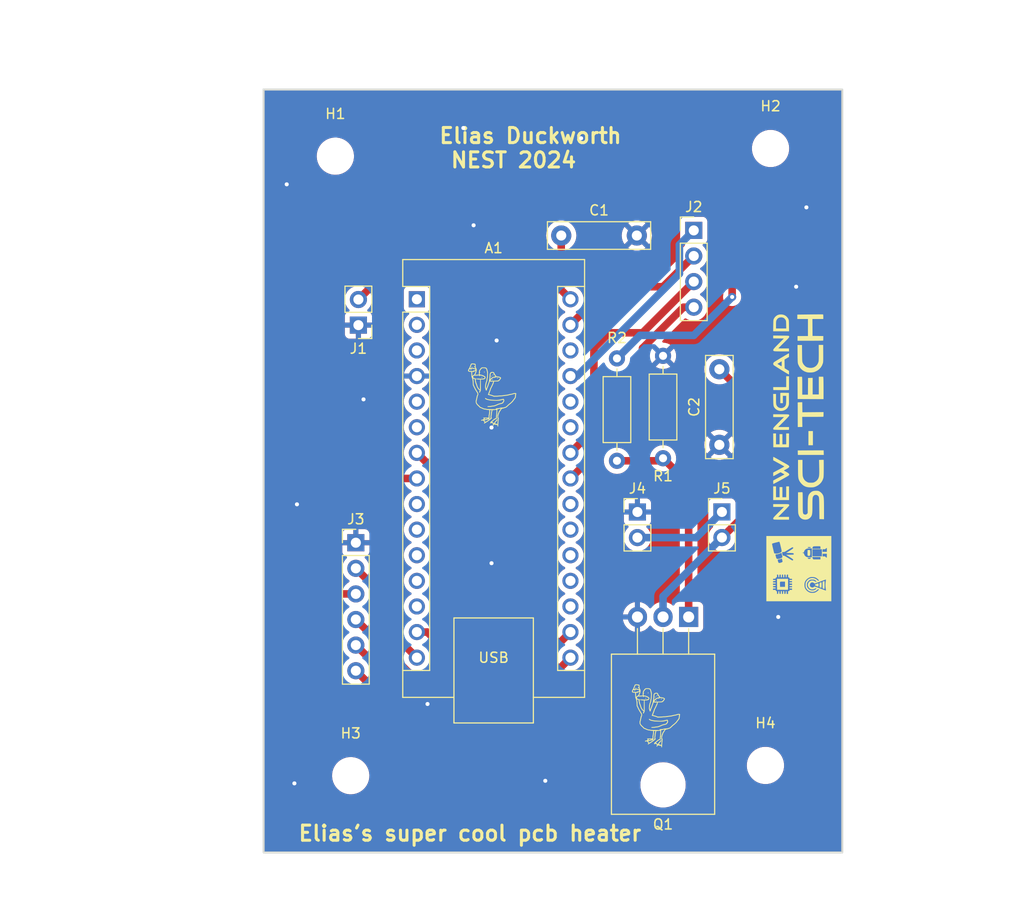
<source format=kicad_pcb>
(kicad_pcb (version 20221018) (generator pcbnew)
  (layers (0 "F.Cu" signal) (31 "B.Cu" signal) (34 "B.Paste" user) (35 "F.Paste" user) (36 "B.SilkS" user "B.Silkscreen") (37 "F.SilkS" user "F.Silkscreen") (38 "B.Mask" user) (39 "F.Mask" user) (44 "Edge.Cuts" user))
  (net 0 "")
  (net 4 "SOURCE")
  (net 7 "Net-(A1-D4)")
  (net 8 "GATE")
  (net 14 "Net-(A1-D11)")
  (net 15 "Net-(A1-D12)")
  (net 16 "Net-(A1-D13)")
  (net 17 "Net-(A1-3V3)")
  (net 23 "Net-(A1-A4)")
  (net 24 "Net-(A1-A5)")
  (net 27 "Net-(A1-+5V)")
  (net 29 "Net-(J2-Pin_2)")
  (net 30 "VIN")
  (net 31 "DRAIN")
  (net 32 "Net-(Q1-G)")
  (net 33 "Net-(J4-Pin_2)")
  (footprint "Connector_PinHeader_2.54mm:PinHeader_1x04_P2.54mm_Vertical" (layer "F.Cu") (at 155.448 68.58)
    (fp_text reference "J2" (at 0 -2.33) (layer "F.SilkS"))
    (fp_text value "BME280 sensor")
    (pad "1" thru_hole rect (at 0 0) (size 1.7 1.7) (drill 1) (layers "*.Cu" "*.Mask") (net 27 "Net-(A1-+5V)"))
    (pad "2" thru_hole oval (at 0 2.54) (size 1.7 1.7) (drill 1) (layers "*.Cu" "*.Mask") (net 29 "Net-(J2-Pin_2)"))
    (pad "3" thru_hole oval (at 0 5.08) (size 1.7 1.7) (drill 1) (layers "*.Cu" "*.Mask") (net 24 "Net-(A1-A5)"))
    (pad "4" thru_hole oval (at 0 7.62) (size 1.7 1.7) (drill 1) (layers "*.Cu" "*.Mask") (net 23 "Net-(A1-A4)"))
  )
  (footprint "Package_TO_SOT_THT:TO-220-3_Horizontal_TabDown" (layer "F.Cu") (at 154.94 106.934 180)
    (fp_text reference "Q1" (at 2.54 -20.58 180) (layer "F.SilkS"))
    (fp_text value "30N60L")
    (pad "" np_thru_hole oval (at 2.54 -16.66 180) (size 3.5 3.5) (drill 3.5) (layers "*.Cu" "*.Mask"))
    (pad "1" thru_hole rect (at 0 0 180) (size 1.905 2) (drill 1.1) (layers "*.Cu" "*.Mask") (net 32 "Net-(Q1-G)"))
    (pad "2" thru_hole oval (at 2.54 0 180) (size 1.905 2) (drill 1.1) (layers "*.Cu" "*.Mask") (net 31 "DRAIN"))
    (pad "3" thru_hole oval (at 5.08 0 180) (size 1.905 2) (drill 1.1) (layers "*.Cu" "*.Mask") (net 4 "SOURCE"))
  )
  (footprint "Connector_PinHeader_2.54mm:PinHeader_1x06_P2.54mm_Vertical" (layer "F.Cu") (at 121.92 99.568)
    (fp_text reference "J3" (at 0 -2.33) (layer "F.SilkS"))
    (fp_text value "SD card reader")
    (pad "1" thru_hole rect (at 0 0) (size 1.7 1.7) (drill 1) (layers "*.Cu" "*.Mask") (net 4 "SOURCE"))
    (pad "2" thru_hole oval (at 0 2.54) (size 1.7 1.7) (drill 1) (layers "*.Cu" "*.Mask") (net 15 "Net-(A1-D12)"))
    (pad "3" thru_hole oval (at 0 5.08) (size 1.7 1.7) (drill 1) (layers "*.Cu" "*.Mask") (net 16 "Net-(A1-D13)"))
    (pad "4" thru_hole oval (at 0 7.62) (size 1.7 1.7) (drill 1) (layers "*.Cu" "*.Mask") (net 14 "Net-(A1-D11)"))
    (pad "5" thru_hole oval (at 0 10.16) (size 1.7 1.7) (drill 1) (layers "*.Cu" "*.Mask") (net 7 "Net-(A1-D4)"))
    (pad "6" thru_hole oval (at 0 12.7) (size 1.7 1.7) (drill 1) (layers "*.Cu" "*.Mask") (net 17 "Net-(A1-3V3)"))
  )
  (footprint "Capacitor_THT:C_Rect_L10.0mm_W2.5mm_P7.50mm_MKS4" (layer "F.Cu") (at 157.988 89.856 90)
    (fp_text reference "C2" (at 3.75 -2.5 90) (layer "F.SilkS"))
    (fp_text value "100 nF 20v")
    (pad "1" thru_hole circle (at 0 0 90) (size 2 2) (drill 1) (layers "*.Cu" "*.Mask") (net 4 "SOURCE"))
    (pad "2" thru_hole circle (at 7.5 0 90) (size 2 2) (drill 1) (layers "*.Cu" "*.Mask") (net 31 "DRAIN"))
  )
  (footprint "Connector_PinHeader_2.54mm:PinHeader_1x02_P2.54mm_Vertical" (layer "F.Cu") (at 158.242 96.515)
    (fp_text reference "J5" (at 0 -2.33) (layer "F.SilkS"))
    (fp_text value "Nichrome wire")
    (pad "1" thru_hole rect (at 0 0) (size 1.7 1.7) (drill 1) (layers "*.Cu" "*.Mask") (net 33 "Net-(J4-Pin_2)"))
    (pad "2" thru_hole oval (at 0 2.54) (size 1.7 1.7) (drill 1) (layers "*.Cu" "*.Mask") (net 31 "DRAIN"))
  )
  (footprint "Connector_PinHeader_2.54mm:PinHeader_1x02_P2.54mm_Vertical" (layer "F.Cu") (at 122.174 77.978 180)
    (fp_text reference "J1" (at 0 -2.33) (layer "F.SilkS"))
    (fp_text value "Arduino VIN (6-12)")
    (pad "1" thru_hole rect (at 0 0 180) (size 1.7 1.7) (drill 1) (layers "*.Cu" "*.Mask") (net 4 "SOURCE"))
    (pad "2" thru_hole oval (at 0 2.54 180) (size 1.7 1.7) (drill 1) (layers "*.Cu" "*.Mask") (net 30 "VIN"))
  )
  (footprint "LOGO" (layer "F.Cu") (at 136.144 84.328)
    (fp_text reference "G***" hide)
    (fp_text value "LOGO" hide)
  )
  (footprint "MountingHole:MountingHole_3.2mm_M3" (layer "F.Cu") (at 163.068 60.452)
    (fp_text reference "H2" (at 0 -4.2) (layer "F.SilkS"))
    (fp_text value "MountingHole")
    (pad "" np_thru_hole circle (at 0 0) (size 3.2 3.2) (drill 3.2) (layers "*.Cu" "*.Mask"))
  )
  (footprint "MountingHole:MountingHole_3.2mm_M3" (layer "F.Cu") (at 119.888 61.214)
    (fp_text reference "H1" (at 0 -4.2) (layer "F.SilkS"))
    (fp_text value "MountingHole")
    (pad "" np_thru_hole circle (at 0 0) (size 3.2 3.2) (drill 3.2) (layers "*.Cu" "*.Mask"))
  )
  (footprint "MountingHole:MountingHole_3.2mm_M3" (layer "F.Cu") (at 162.56 121.666)
    (fp_text reference "H4" (at 0 -4.2) (layer "F.SilkS"))
    (fp_text value "MountingHole")
    (pad "" np_thru_hole circle (at 0 0) (size 3.2 3.2) (drill 3.2) (layers "*.Cu" "*.Mask"))
  )
  (footprint "Resistor_THT:R_Axial_DIN0207_L6.3mm_D2.5mm_P10.16mm_Horizontal" (layer "F.Cu") (at 152.4 81.026 -90)
    (fp_text reference "R1" (at 11.938 0) (layer "F.SilkS"))
    (fp_text value "10K")
    (pad "1" thru_hole circle (at 0 0 270) (size 1.6 1.6) (drill 0.8) (layers "*.Cu" "*.Mask") (net 4 "SOURCE"))
    (pad "2" thru_hole oval (at 10.16 0 270) (size 1.6 1.6) (drill 0.8) (layers "*.Cu" "*.Mask") (net 32 "Net-(Q1-G)"))
  )
  (footprint "Resistor_THT:R_Axial_DIN0207_L6.3mm_D2.5mm_P10.16mm_Horizontal" (layer "F.Cu") (at 147.828 91.44 90)
    (fp_text reference "R2" (at 12.192 0 180) (layer "F.SilkS"))
    (fp_text value "10")
    (pad "1" thru_hole circle (at 0 0 90) (size 1.6 1.6) (drill 0.8) (layers "*.Cu" "*.Mask") (net 32 "Net-(Q1-G)"))
    (pad "2" thru_hole oval (at 10.16 0 90) (size 1.6 1.6) (drill 0.8) (layers "*.Cu" "*.Mask") (net 8 "GATE"))
  )
  (footprint "Module:Arduino_Nano" (layer "F.Cu") (at 127.974 75.412)
    (fp_text reference "A1" (at 7.62 -5.08) (layer "F.SilkS"))
    (fp_text value "Arduino_Nano_v3.x")
    (fp_text user "USB" (at 7.62 35.56 unlocked) (layer "F.SilkS"))
    (pad "1" thru_hole rect (at 0 0) (size 1.6 1.6) (drill 1) (layers "*.Cu" "*.Mask"))
    (pad "2" thru_hole oval (at 0 2.54) (size 1.6 1.6) (drill 1) (layers "*.Cu" "*.Mask"))
    (pad "3" thru_hole oval (at 0 5.08) (size 1.6 1.6) (drill 1) (layers "*.Cu" "*.Mask"))
    (pad "4" thru_hole oval (at 0 7.62) (size 1.6 1.6) (drill 1) (layers "*.Cu" "*.Mask") (net 4 "SOURCE"))
    (pad "5" thru_hole oval (at 0 10.16) (size 1.6 1.6) (drill 1) (layers "*.Cu" "*.Mask"))
    (pad "6" thru_hole oval (at 0 12.7) (size 1.6 1.6) (drill 1) (layers "*.Cu" "*.Mask"))
    (pad "7" thru_hole oval (at 0 15.24) (size 1.6 1.6) (drill 1) (layers "*.Cu" "*.Mask") (net 7 "Net-(A1-D4)"))
    (pad "8" thru_hole oval (at 0 17.78) (size 1.6 1.6) (drill 1) (layers "*.Cu" "*.Mask") (net 8 "GATE"))
    (pad "9" thru_hole oval (at 0 20.32) (size 1.6 1.6) (drill 1) (layers "*.Cu" "*.Mask"))
    (pad "10" thru_hole oval (at 0 22.86) (size 1.6 1.6) (drill 1) (layers "*.Cu" "*.Mask"))
    (pad "11" thru_hole oval (at 0 25.4) (size 1.6 1.6) (drill 1) (layers "*.Cu" "*.Mask"))
    (pad "12" thru_hole oval (at 0 27.94) (size 1.6 1.6) (drill 1) (layers "*.Cu" "*.Mask"))
    (pad "13" thru_hole oval (at 0 30.48) (size 1.6 1.6) (drill 1) (layers "*.Cu" "*.Mask"))
    (pad "14" thru_hole oval (at 0 33.02) (size 1.6 1.6) (drill 1) (layers "*.Cu" "*.Mask") (net 14 "Net-(A1-D11)"))
    (pad "15" thru_hole oval (at 0 35.56) (size 1.6 1.6) (drill 1) (layers "*.Cu" "*.Mask") (net 15 "Net-(A1-D12)"))
    (pad "16" thru_hole oval (at 15.24 35.56) (size 1.6 1.6) (drill 1) (layers "*.Cu" "*.Mask") (net 16 "Net-(A1-D13)"))
    (pad "17" thru_hole oval (at 15.24 33.02) (size 1.6 1.6) (drill 1) (layers "*.Cu" "*.Mask") (net 17 "Net-(A1-3V3)"))
    (pad "18" thru_hole oval (at 15.24 30.48) (size 1.6 1.6) (drill 1) (layers "*.Cu" "*.Mask"))
    (pad "19" thru_hole oval (at 15.24 27.94) (size 1.6 1.6) (drill 1) (layers "*.Cu" "*.Mask"))
    (pad "20" thru_hole oval (at 15.24 25.4) (size 1.6 1.6) (drill 1) (layers "*.Cu" "*.Mask"))
    (pad "21" thru_hole oval (at 15.24 22.86) (size 1.6 1.6) (drill 1) (layers "*.Cu" "*.Mask"))
    (pad "22" thru_hole oval (at 15.24 20.32) (size 1.6 1.6) (drill 1) (layers "*.Cu" "*.Mask"))
    (pad "23" thru_hole oval (at 15.24 17.78) (size 1.6 1.6) (drill 1) (layers "*.Cu" "*.Mask") (net 23 "Net-(A1-A4)"))
    (pad "24" thru_hole oval (at 15.24 15.24) (size 1.6 1.6) (drill 1) (layers "*.Cu" "*.Mask") (net 24 "Net-(A1-A5)"))
    (pad "25" thru_hole oval (at 15.24 12.7) (size 1.6 1.6) (drill 1) (layers "*.Cu" "*.Mask"))
    (pad "26" thru_hole oval (at 15.24 10.16) (size 1.6 1.6) (drill 1) (layers "*.Cu" "*.Mask"))
    (pad "27" thru_hole oval (at 15.24 7.62) (size 1.6 1.6) (drill 1) (layers "*.Cu" "*.Mask") (net 27 "Net-(A1-+5V)"))
    (pad "28" thru_hole oval (at 15.24 5.08) (size 1.6 1.6) (drill 1) (layers "*.Cu" "*.Mask"))
    (pad "29" thru_hole oval (at 15.24 2.54) (size 1.6 1.6) (drill 1) (layers "*.Cu" "*.Mask") (net 29 "Net-(J2-Pin_2)"))
    (pad "30" thru_hole oval (at 15.24 0) (size 1.6 1.6) (drill 1) (layers "*.Cu" "*.Mask") (net 30 "VIN"))
  )
  (footprint "MountingHole:MountingHole_3.2mm_M3" (layer "F.Cu") (at 121.412 122.682)
    (fp_text reference "H3" (at 0 -4.2) (layer "F.SilkS"))
    (fp_text value "MountingHole")
    (pad "" np_thru_hole circle (at 0 0) (size 3.2 3.2) (drill 3.2) (layers "*.Cu" "*.Mask"))
  )
  (footprint "LOGO" (layer "F.Cu") (at 165.862 91.186 90)
    (fp_text reference "G***" hide)
    (fp_text value "LOGO" hide)
  )
  (footprint "Capacitor_THT:C_Rect_L10.0mm_W2.5mm_P7.50mm_MKS4" (layer "F.Cu") (at 142.3 69.088)
    (fp_text reference "C1" (at 3.75 -2.5) (layer "F.SilkS"))
    (fp_text value "100 nF 20v")
    (pad "1" thru_hole circle (at 0 0) (size 2 2) (drill 1) (layers "*.Cu" "*.Mask") (net 30 "VIN"))
    (pad "2" thru_hole circle (at 7.5 0) (size 2 2) (drill 1) (layers "*.Cu" "*.Mask") (net 4 "SOURCE"))
  )
  (footprint "Connector_PinHeader_2.54mm:PinHeader_1x02_P2.54mm_Vertical" (layer "F.Cu") (at 149.86 96.52)
    (fp_text reference "J4" (at 0 -2.33) (layer "F.SilkS"))
    (fp_text value "Power")
    (pad "1" thru_hole rect (at 0 0) (size 1.7 1.7) (drill 1) (layers "*.Cu" "*.Mask") (net 4 "SOURCE"))
    (pad "2" thru_hole oval (at 0 2.54) (size 1.7 1.7) (drill 1) (layers "*.Cu" "*.Mask") (net 33 "Net-(J4-Pin_2)"))
  )
  (footprint "LOGO" (layer "F.Cu") (at 152.4 116.164)
    (fp_text reference "G***" hide)
    (fp_text value "LOGO" hide)
  )
  (gr_rect (start 96.52 62.23) (end 96.52 62.23) (stroke (width 0.2)) (fill none) (layer "F.Cu"))
  (gr_rect (start 112.776 54.61) (end 170.18 130.302) (stroke (width 0.2)) (fill none) (layer "Edge.Cuts"))
  (gr_text "Elias's super cool pcb heater" (at 116.078 129.286) (layer "F.SilkS") (effects (font (size 1.5 1.5) (thickness 0.3) bold) (justify left bottom)))
  (gr_text "Elias Duckworth \n NEST 2024" (at 130.048 62.484) (layer "F.SilkS") (effects (font (size 1.5 1.5) (thickness 0.3) bold) (justify left bottom)))
  (via (at 129.032 115.57) (size 0.8) (drill 0.4) (layers "F.Cu" "B.Cu") (net 4))
  (via (at 115.824 123.444) (size 0.8) (drill 0.4) (layers "F.Cu" "B.Cu") (net 4))
  (via (at 165.608 74.168) (size 0.8) (drill 0.4) (layers "F.Cu" "B.Cu") (net 4))
  (via (at 135.382 88.138) (size 0.8) (drill 0.4) (layers "F.Cu" "B.Cu") (net 4))
  (via (at 135.382 101.6) (size 0.8) (drill 0.4) (layers "F.Cu" "B.Cu") (net 4))
  (via (at 115.062 64.008) (size 0.8) (drill 0.4) (layers "F.Cu" "B.Cu") (net 4))
  (via (at 133.604 68.072) (size 0.8) (drill 0.4) (layers "F.Cu" "B.Cu") (net 4))
  (via (at 122.682 85.344) (size 0.8) (drill 0.4) (layers "F.Cu" "B.Cu") (net 4))
  (via (at 132.588 58.42) (size 0.8) (drill 0.4) (layers "F.Cu" "B.Cu") (net 4))
  (via (at 166.624 66.294) (size 0.8) (drill 0.4) (layers "F.Cu" "B.Cu") (net 4))
  (via (at 163.83 106.934) (size 0.8) (drill 0.4) (layers "F.Cu" "B.Cu") (net 4))
  (via (at 140.716 123.19) (size 0.8) (drill 0.4) (layers "F.Cu" "B.Cu") (net 4))
  (via (at 116.078 95.758) (size 0.8) (drill 0.4) (layers "F.Cu" "B.Cu") (net 4))
  (via (at 144.272 59.436) (size 0.8) (drill 0.4) (layers "F.Cu" "B.Cu") (net 4))
  (via (at 135.89 79.502) (size 0.8) (drill 0.4) (layers "F.Cu" "B.Cu") (net 4))
  (segment (start 132.334 112.014) (end 130.556 113.792) (width 0.75) (layer "F.Cu") (net 7))
  (segment (start 130.556 113.792) (end 125.984 113.792) (width 0.75) (layer "F.Cu") (net 7))
  (segment (start 125.984 113.792) (end 121.92 109.728) (width 0.75) (layer "F.Cu") (net 7))
  (segment (start 132.334 95.012) (end 132.334 112.014) (width 0.75) (layer "F.Cu") (net 7))
  (segment (start 127.974 90.652) (end 132.334 95.012) (width 0.75) (layer "F.Cu") (net 7))
  (segment (start 159.258 75.184) (end 159.258 67.564) (width 0.75) (layer "F.Cu") (net 8))
  (segment (start 159.258 67.564) (end 156.718 65.024) (width 0.75) (layer "F.Cu") (net 8))
  (segment (start 119.38 88.392) (end 119.38 70.104) (width 0.75) (layer "F.Cu") (net 8))
  (segment (start 127.974 93.192) (end 124.18 93.192) (width 0.75) (layer "F.Cu") (net 8))
  (segment (start 119.38 70.104) (end 124.46 65.024) (width 0.75) (layer "F.Cu") (net 8))
  (segment (start 124.18 93.192) (end 119.38 88.392) (width 0.75) (layer "F.Cu") (net 8))
  (segment (start 124.46 65.024) (end 156.718 65.024) (width 0.75) (layer "F.Cu") (net 8))
  (via (at 159.258 75.184) (size 0.8) (drill 0.4) (layers "F.Cu" "B.Cu") (net 8))
  (segment (start 150.114 78.994) (end 147.828 81.28) (width 0.75) (layer "B.Cu") (net 8))
  (segment (start 158.496 75.946) (end 159.258 75.184) (width 0.75) (layer "B.Cu") (net 8))
  (segment (start 155.448 78.994) (end 150.114 78.994) (width 0.75) (layer "B.Cu") (net 8))
  (segment (start 158.496 75.946) (end 155.448 78.994) (width 0.75) (layer "B.Cu") (net 8))
  (segment (start 130.556 111.252) (end 130.556 109.982) (width 0.75) (layer "F.Cu") (net 14))
  (segment (start 129.006 108.432) (end 127.974 108.432) (width 0.75) (layer "F.Cu") (net 14))
  (segment (start 121.92 107.188) (end 127.574 112.842) (width 0.75) (layer "F.Cu") (net 14))
  (segment (start 128.966 112.842) (end 130.556 111.252) (width 0.75) (layer "F.Cu") (net 14))
  (segment (start 130.556 109.982) (end 129.006 108.432) (width 0.75) (layer "F.Cu") (net 14))
  (segment (start 127.574 112.842) (end 128.966 112.842) (width 0.75) (layer "F.Cu") (net 14))
  (segment (start 121.92 102.108) (end 125.73 105.918) (width 0.75) (layer "F.Cu") (net 15))
  (segment (start 125.73 105.918) (end 125.73 108.728) (width 0.75) (layer "F.Cu") (net 15))
  (segment (start 125.73 108.728) (end 127.974 110.972) (width 0.75) (layer "F.Cu") (net 15))
  (segment (start 121.92 104.648) (end 120.396 104.648) (width 0.75) (layer "F.Cu") (net 16))
  (segment (start 135.06 119.126) (end 143.214 110.972) (width 0.75) (layer "F.Cu") (net 16))
  (segment (start 118.618 106.426) (end 118.618 113.538) (width 0.75) (layer "F.Cu") (net 16))
  (segment (start 118.618 113.538) (end 124.206 119.126) (width 0.75) (layer "F.Cu") (net 16))
  (segment (start 124.206 119.126) (end 135.06 119.126) (width 0.75) (layer "F.Cu") (net 16))
  (segment (start 120.396 104.648) (end 118.618 106.426) (width 0.75) (layer "F.Cu") (net 16))
  (segment (start 121.92 112.268) (end 126.492 116.84) (width 0.75) (layer "F.Cu") (net 17))
  (segment (start 126.492 116.84) (end 134.806 116.84) (width 0.75) (layer "F.Cu") (net 17))
  (segment (start 134.806 116.84) (end 143.214 108.432) (width 0.75) (layer "F.Cu") (net 17))
  (segment (start 150.368 80.264) (end 154.432 76.2) (width 0.75) (layer "F.Cu") (net 23))
  (segment (start 154.432 76.2) (end 155.448 76.2) (width 0.75) (layer "F.Cu") (net 23))
  (segment (start 143.214 93.192) (end 150.368 86.038) (width 0.75) (layer "F.Cu") (net 23))
  (segment (start 150.368 86.038) (end 150.368 80.264) (width 0.75) (layer "F.Cu") (net 23))
  (segment (start 155.448 73.66) (end 150.368 78.74) (width 0.75) (layer "F.Cu") (net 24))
  (segment (start 145.542 80.264) (end 145.542 88.324) (width 0.75) (layer "F.Cu") (net 24))
  (segment (start 145.542 88.324) (end 143.214 90.652) (width 0.75) (layer "F.Cu") (net 24))
  (segment (start 150.368 78.74) (end 147.066 78.74) (width 0.75) (layer "F.Cu") (net 24))
  (segment (start 147.066 78.74) (end 145.542 80.264) (width 0.75) (layer "F.Cu") (net 24))
  (segment (start 154.023 70.005) (end 155.448 68.58) (width 0.75) (layer "B.Cu") (net 27))
  (segment (start 154.023 72.874387) (end 154.023 70.005) (width 0.75) (layer "B.Cu") (net 27))
  (segment (start 143.865387 83.032) (end 154.023 72.874387) (width 0.75) (layer "B.Cu") (net 27))
  (segment (start 143.214 83.032) (end 143.865387 83.032) (width 0.75) (layer "B.Cu") (net 27))
  (segment (start 152.4 74.168) (end 155.448 71.12) (width 0.75) (layer "F.Cu") (net 29))
  (segment (start 146.998 74.168) (end 152.4 74.168) (width 0.75) (layer "F.Cu") (net 29))
  (segment (start 143.214 77.952) (end 146.998 74.168) (width 0.75) (layer "F.Cu") (net 29))
  (segment (start 142.3 69.088) (end 142.3 70.79) (width 0.75) (layer "F.Cu") (net 30))
  (segment (start 140.446 72.644) (end 143.214 75.412) (width 0.75) (layer "F.Cu") (net 30))
  (segment (start 142.3 70.79) (end 140.446 72.644) (width 0.75) (layer "F.Cu") (net 30))
  (segment (start 124.968 72.644) (end 140.446 72.644) (width 0.75) (layer "F.Cu") (net 30))
  (segment (start 122.174 75.438) (end 124.968 72.644) (width 0.75) (layer "F.Cu") (net 30))
  (segment (start 161.798 86.166) (end 161.798 95.499) (width 0.75) (layer "F.Cu") (net 31))
  (segment (start 157.988 82.356) (end 161.798 86.166) (width 0.75) (layer "F.Cu") (net 31))
  (segment (start 161.798 95.499) (end 158.242 99.055) (width 0.75) (layer "F.Cu") (net 31))
  (segment (start 152.4 104.897) (end 152.4 106.934) (width 0.75) (layer "B.Cu") (net 31))
  (segment (start 158.242 99.055) (end 152.4 104.897) (width 0.75) (layer "B.Cu") (net 31))
  (segment (start 152.146 91.44) (end 152.4 91.186) (width 0.75) (layer "F.Cu") (net 32))
  (segment (start 154.94 93.726) (end 152.4 91.186) (width 0.75) (layer "F.Cu") (net 32))
  (segment (start 154.94 106.934) (end 154.94 93.726) (width 0.75) (layer "F.Cu") (net 32))
  (segment (start 147.828 91.44) (end 152.146 91.44) (width 0.75) (layer "F.Cu") (net 32))
  (segment (start 149.86 99.06) (end 155.697 99.06) (width 0.75) (layer "B.Cu") (net 33))
  (segment (start 155.697 99.06) (end 158.242 96.515) (width 0.75) (layer "B.Cu") (net 33))
  (zone (net 4) (net_name "SOURCE") (layer "F.Cu") (connect_pads (clearance 0.5)) (min_thickness 0.25) (fill yes (thermal_gap 0.5) (thermal_bridge_width 0.5))
    (polygon (pts (xy 179.324 134.874) (xy 188.214 45.974) (xy 89.915903 46.228) (xy 86.614 135.382)))
  )
  (zone (net 4) (net_name "SOURCE") (layer "B.Cu") (priority 1) (connect_pads (clearance 0.5)) (min_thickness 0.25) (fill yes (thermal_gap 0.5) (thermal_bridge_width 0.5))
    (polygon (pts (xy 182.372 136.906) (xy 187.706 45.72) (xy 89.662 46.228) (xy 86.868 135.128) (xy 182.118 136.398)))
  )
)
</source>
